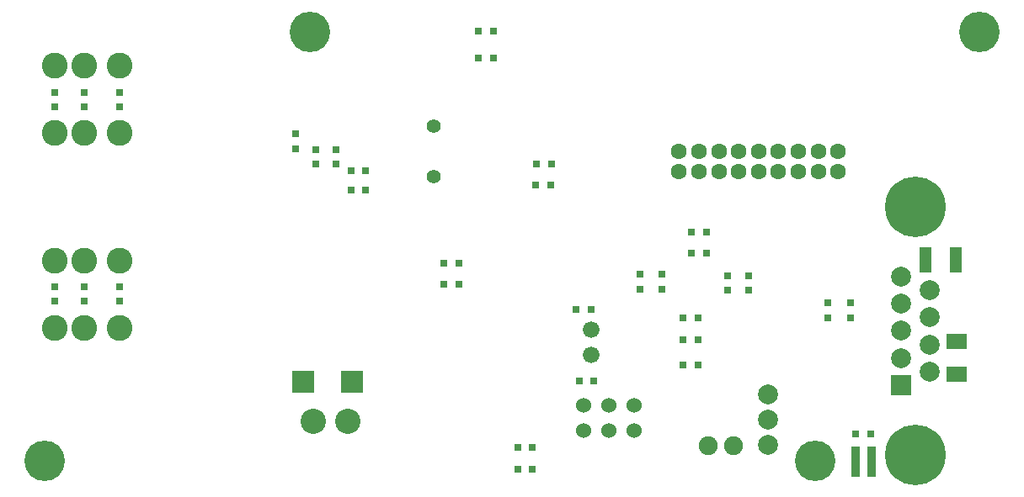
<source format=gbs>
G04 (created by PCBNEW (2013-04-19 BZR 4011)-stable) date 23/05/2013 19:48:57*
%MOIN*%
G04 Gerber Fmt 3.4, Leading zero omitted, Abs format*
%FSLAX34Y34*%
G01*
G70*
G90*
G04 APERTURE LIST*
%ADD10C,0.006*%
%ADD11C,0.1*%
%ADD12R,0.05X0.1*%
%ADD13R,0.08X0.06*%
%ADD14R,0.035X0.12*%
%ADD15R,0.03X0.031*%
%ADD16R,0.031X0.03*%
%ADD17C,0.079*%
%ADD18C,0.075*%
%ADD19C,0.066*%
%ADD20C,0.056*%
%ADD21R,0.085X0.089*%
%ADD22C,0.24*%
%ADD23R,0.079X0.079*%
%ADD24C,0.102362*%
%ADD25C,0.06*%
%ADD26C,0.16*%
%ADD27C,0.063*%
G04 APERTURE END LIST*
G54D10*
G54D11*
X79390Y-81060D03*
X80770Y-81060D03*
G54D12*
X103620Y-74650D03*
X104820Y-74650D03*
G54D13*
X104850Y-79180D03*
X104850Y-77880D03*
G54D14*
X101495Y-82640D03*
X100845Y-82640D03*
G54D15*
X94035Y-76940D03*
X94625Y-76940D03*
X94035Y-77800D03*
X94625Y-77800D03*
G54D16*
X96640Y-75865D03*
X96640Y-75275D03*
G54D15*
X94035Y-78810D03*
X94625Y-78810D03*
G54D16*
X95800Y-75865D03*
X95800Y-75275D03*
G54D15*
X94945Y-74390D03*
X94355Y-74390D03*
X80885Y-71100D03*
X81475Y-71100D03*
X94945Y-73550D03*
X94355Y-73550D03*
G54D16*
X71732Y-76295D03*
X71732Y-75705D03*
X70314Y-76295D03*
X70314Y-75705D03*
X69172Y-76295D03*
X69172Y-75705D03*
X71732Y-68595D03*
X71732Y-68005D03*
X70314Y-68595D03*
X70314Y-68005D03*
X69172Y-68595D03*
X69172Y-68005D03*
X78680Y-70255D03*
X78680Y-69665D03*
G54D15*
X80885Y-71870D03*
X81475Y-71870D03*
G54D16*
X100650Y-76355D03*
X100650Y-76945D03*
G54D15*
X85155Y-75600D03*
X84565Y-75600D03*
X87485Y-82070D03*
X88075Y-82070D03*
X87485Y-82940D03*
X88075Y-82940D03*
G54D16*
X92330Y-75215D03*
X92330Y-75805D03*
X93190Y-75215D03*
X93190Y-75805D03*
G54D15*
X88205Y-71670D03*
X88795Y-71670D03*
X88225Y-70860D03*
X88815Y-70860D03*
X85925Y-66650D03*
X86515Y-66650D03*
X85925Y-65590D03*
X86515Y-65590D03*
G54D16*
X99750Y-76355D03*
X99750Y-76945D03*
G54D15*
X89795Y-76610D03*
X90385Y-76610D03*
X101465Y-81550D03*
X100875Y-81550D03*
X85155Y-74780D03*
X84565Y-74780D03*
G54D16*
X79510Y-70275D03*
X79510Y-70865D03*
G54D15*
X90505Y-79440D03*
X89915Y-79440D03*
G54D16*
X80280Y-70275D03*
X80280Y-70865D03*
G54D17*
X97390Y-79970D03*
X97390Y-80970D03*
X97390Y-81970D03*
G54D18*
X96020Y-82010D03*
X95020Y-82010D03*
G54D19*
X90380Y-77400D03*
X90380Y-78400D03*
G54D20*
X84150Y-69340D03*
X84150Y-71340D03*
G54D21*
X80930Y-79490D03*
X79010Y-79490D03*
G54D22*
X103220Y-82380D03*
X103220Y-72540D03*
G54D23*
X102660Y-79620D03*
G54D17*
X102660Y-78540D03*
X102660Y-77460D03*
X102660Y-76380D03*
X102660Y-75300D03*
X103780Y-75840D03*
X103780Y-76920D03*
X103780Y-78000D03*
X103780Y-79080D03*
G54D24*
X69172Y-74671D03*
X69172Y-77348D03*
X70314Y-77348D03*
X71732Y-77348D03*
X70314Y-74671D03*
X71732Y-74671D03*
X69172Y-66951D03*
X69172Y-69628D03*
X70314Y-69628D03*
X71732Y-69628D03*
X70314Y-66951D03*
X71732Y-66951D03*
G54D25*
X92110Y-80410D03*
X92110Y-81410D03*
X91110Y-80410D03*
X91110Y-81410D03*
X90110Y-80410D03*
X90110Y-81410D03*
G54D26*
X99260Y-82620D03*
G54D27*
X100170Y-71140D03*
X99380Y-71140D03*
X98590Y-71140D03*
X97810Y-71140D03*
X97020Y-71140D03*
X96240Y-71140D03*
X95450Y-71140D03*
X94660Y-71140D03*
X93870Y-71140D03*
X100170Y-70340D03*
X99380Y-70340D03*
X98590Y-70340D03*
X97810Y-70340D03*
X97020Y-70340D03*
X96240Y-70340D03*
X95450Y-70340D03*
X94660Y-70340D03*
X93870Y-70340D03*
G54D26*
X68760Y-82620D03*
X79260Y-65620D03*
X105760Y-65620D03*
M02*

</source>
